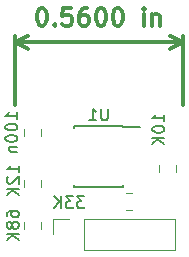
<source format=gbr>
G04 #@! TF.GenerationSoftware,KiCad,Pcbnew,(5.0.0)*
G04 #@! TF.CreationDate,2019-04-02T12:17:06-04:00*
G04 #@! TF.ProjectId,voltage-regulator-module,766F6C746167652D726567756C61746F,rev?*
G04 #@! TF.SameCoordinates,Original*
G04 #@! TF.FileFunction,Legend,Bot*
G04 #@! TF.FilePolarity,Positive*
%FSLAX46Y46*%
G04 Gerber Fmt 4.6, Leading zero omitted, Abs format (unit mm)*
G04 Created by KiCad (PCBNEW (5.0.0)) date 04/02/19 12:17:06*
%MOMM*%
%LPD*%
G01*
G04 APERTURE LIST*
%ADD10C,0.300000*%
%ADD11C,0.120000*%
%ADD12C,0.150000*%
G04 APERTURE END LIST*
D10*
X188655142Y-106044571D02*
X188798000Y-106044571D01*
X188940857Y-106116000D01*
X189012285Y-106187428D01*
X189083714Y-106330285D01*
X189155142Y-106616000D01*
X189155142Y-106973142D01*
X189083714Y-107258857D01*
X189012285Y-107401714D01*
X188940857Y-107473142D01*
X188798000Y-107544571D01*
X188655142Y-107544571D01*
X188512285Y-107473142D01*
X188440857Y-107401714D01*
X188369428Y-107258857D01*
X188298000Y-106973142D01*
X188298000Y-106616000D01*
X188369428Y-106330285D01*
X188440857Y-106187428D01*
X188512285Y-106116000D01*
X188655142Y-106044571D01*
X189798000Y-107401714D02*
X189869428Y-107473142D01*
X189798000Y-107544571D01*
X189726571Y-107473142D01*
X189798000Y-107401714D01*
X189798000Y-107544571D01*
X191226571Y-106044571D02*
X190512285Y-106044571D01*
X190440857Y-106758857D01*
X190512285Y-106687428D01*
X190655142Y-106616000D01*
X191012285Y-106616000D01*
X191155142Y-106687428D01*
X191226571Y-106758857D01*
X191298000Y-106901714D01*
X191298000Y-107258857D01*
X191226571Y-107401714D01*
X191155142Y-107473142D01*
X191012285Y-107544571D01*
X190655142Y-107544571D01*
X190512285Y-107473142D01*
X190440857Y-107401714D01*
X192583714Y-106044571D02*
X192298000Y-106044571D01*
X192155142Y-106116000D01*
X192083714Y-106187428D01*
X191940857Y-106401714D01*
X191869428Y-106687428D01*
X191869428Y-107258857D01*
X191940857Y-107401714D01*
X192012285Y-107473142D01*
X192155142Y-107544571D01*
X192440857Y-107544571D01*
X192583714Y-107473142D01*
X192655142Y-107401714D01*
X192726571Y-107258857D01*
X192726571Y-106901714D01*
X192655142Y-106758857D01*
X192583714Y-106687428D01*
X192440857Y-106616000D01*
X192155142Y-106616000D01*
X192012285Y-106687428D01*
X191940857Y-106758857D01*
X191869428Y-106901714D01*
X193655142Y-106044571D02*
X193798000Y-106044571D01*
X193940857Y-106116000D01*
X194012285Y-106187428D01*
X194083714Y-106330285D01*
X194155142Y-106616000D01*
X194155142Y-106973142D01*
X194083714Y-107258857D01*
X194012285Y-107401714D01*
X193940857Y-107473142D01*
X193798000Y-107544571D01*
X193655142Y-107544571D01*
X193512285Y-107473142D01*
X193440857Y-107401714D01*
X193369428Y-107258857D01*
X193298000Y-106973142D01*
X193298000Y-106616000D01*
X193369428Y-106330285D01*
X193440857Y-106187428D01*
X193512285Y-106116000D01*
X193655142Y-106044571D01*
X195083714Y-106044571D02*
X195226571Y-106044571D01*
X195369428Y-106116000D01*
X195440857Y-106187428D01*
X195512285Y-106330285D01*
X195583714Y-106616000D01*
X195583714Y-106973142D01*
X195512285Y-107258857D01*
X195440857Y-107401714D01*
X195369428Y-107473142D01*
X195226571Y-107544571D01*
X195083714Y-107544571D01*
X194940857Y-107473142D01*
X194869428Y-107401714D01*
X194798000Y-107258857D01*
X194726571Y-106973142D01*
X194726571Y-106616000D01*
X194798000Y-106330285D01*
X194869428Y-106187428D01*
X194940857Y-106116000D01*
X195083714Y-106044571D01*
X197369428Y-107544571D02*
X197369428Y-106544571D01*
X197369428Y-106044571D02*
X197298000Y-106116000D01*
X197369428Y-106187428D01*
X197440857Y-106116000D01*
X197369428Y-106044571D01*
X197369428Y-106187428D01*
X198083714Y-106544571D02*
X198083714Y-107544571D01*
X198083714Y-106687428D02*
X198155142Y-106616000D01*
X198298000Y-106544571D01*
X198512285Y-106544571D01*
X198655142Y-106616000D01*
X198726571Y-106758857D01*
X198726571Y-107544571D01*
X186436000Y-108966000D02*
X200660000Y-108966000D01*
X186436000Y-114300000D02*
X186436000Y-108379579D01*
X200660000Y-114300000D02*
X200660000Y-108379579D01*
X200660000Y-108966000D02*
X199533496Y-109552421D01*
X200660000Y-108966000D02*
X199533496Y-108379579D01*
X186436000Y-108966000D02*
X187562504Y-109552421D01*
X186436000Y-108966000D02*
X187562504Y-108379579D01*
D11*
G04 #@! TO.C,J1*
X199958000Y-123892000D02*
X199958000Y-126552000D01*
X192278000Y-123892000D02*
X199958000Y-123892000D01*
X192278000Y-126552000D02*
X199958000Y-126552000D01*
X192278000Y-123892000D02*
X192278000Y-126552000D01*
X191008000Y-123892000D02*
X189678000Y-123892000D01*
X189678000Y-123892000D02*
X189678000Y-125222000D01*
D12*
G04 #@! TO.C,U1*
X195623000Y-116043000D02*
X195623000Y-116093000D01*
X191473000Y-116043000D02*
X191473000Y-116188000D01*
X191473000Y-121193000D02*
X191473000Y-121048000D01*
X195623000Y-121193000D02*
X195623000Y-121048000D01*
X195623000Y-116043000D02*
X191473000Y-116043000D01*
X195623000Y-121193000D02*
X191473000Y-121193000D01*
X195623000Y-116093000D02*
X197023000Y-116093000D01*
D11*
G04 #@! TO.C,C3*
X188670000Y-116844578D02*
X188670000Y-116327422D01*
X187250000Y-116844578D02*
X187250000Y-116327422D01*
G04 #@! TO.C,R1*
X200100000Y-119375422D02*
X200100000Y-119892578D01*
X198680000Y-119375422D02*
X198680000Y-119892578D01*
G04 #@! TO.C,R2*
X196346578Y-121718000D02*
X195829422Y-121718000D01*
X196346578Y-123138000D02*
X195829422Y-123138000D01*
G04 #@! TO.C,R3*
X187250000Y-124718578D02*
X187250000Y-124201422D01*
X188670000Y-124718578D02*
X188670000Y-124201422D01*
G04 #@! TO.C,R4*
X188670000Y-121162578D02*
X188670000Y-120645422D01*
X187250000Y-121162578D02*
X187250000Y-120645422D01*
G04 #@! TO.C,U1*
D12*
X194309904Y-114570380D02*
X194309904Y-115379904D01*
X194262285Y-115475142D01*
X194214666Y-115522761D01*
X194119428Y-115570380D01*
X193928952Y-115570380D01*
X193833714Y-115522761D01*
X193786095Y-115475142D01*
X193738476Y-115379904D01*
X193738476Y-114570380D01*
X192738476Y-115570380D02*
X193309904Y-115570380D01*
X193024190Y-115570380D02*
X193024190Y-114570380D01*
X193119428Y-114713238D01*
X193214666Y-114808476D01*
X193309904Y-114856095D01*
G04 #@! TO.C,C3*
X186634380Y-115466952D02*
X186634380Y-114895523D01*
X186634380Y-115181238D02*
X185634380Y-115181238D01*
X185777238Y-115086000D01*
X185872476Y-114990761D01*
X185920095Y-114895523D01*
X185634380Y-116086000D02*
X185634380Y-116181238D01*
X185682000Y-116276476D01*
X185729619Y-116324095D01*
X185824857Y-116371714D01*
X186015333Y-116419333D01*
X186253428Y-116419333D01*
X186443904Y-116371714D01*
X186539142Y-116324095D01*
X186586761Y-116276476D01*
X186634380Y-116181238D01*
X186634380Y-116086000D01*
X186586761Y-115990761D01*
X186539142Y-115943142D01*
X186443904Y-115895523D01*
X186253428Y-115847904D01*
X186015333Y-115847904D01*
X185824857Y-115895523D01*
X185729619Y-115943142D01*
X185682000Y-115990761D01*
X185634380Y-116086000D01*
X185634380Y-117038380D02*
X185634380Y-117133619D01*
X185682000Y-117228857D01*
X185729619Y-117276476D01*
X185824857Y-117324095D01*
X186015333Y-117371714D01*
X186253428Y-117371714D01*
X186443904Y-117324095D01*
X186539142Y-117276476D01*
X186586761Y-117228857D01*
X186634380Y-117133619D01*
X186634380Y-117038380D01*
X186586761Y-116943142D01*
X186539142Y-116895523D01*
X186443904Y-116847904D01*
X186253428Y-116800285D01*
X186015333Y-116800285D01*
X185824857Y-116847904D01*
X185729619Y-116895523D01*
X185682000Y-116943142D01*
X185634380Y-117038380D01*
X185967714Y-117800285D02*
X186634380Y-117800285D01*
X186062952Y-117800285D02*
X186015333Y-117847904D01*
X185967714Y-117943142D01*
X185967714Y-118086000D01*
X186015333Y-118181238D01*
X186110571Y-118228857D01*
X186634380Y-118228857D01*
G04 #@! TO.C,R1*
X199080380Y-115641523D02*
X199080380Y-115070095D01*
X199080380Y-115355809D02*
X198080380Y-115355809D01*
X198223238Y-115260571D01*
X198318476Y-115165333D01*
X198366095Y-115070095D01*
X198080380Y-116260571D02*
X198080380Y-116355809D01*
X198128000Y-116451047D01*
X198175619Y-116498666D01*
X198270857Y-116546285D01*
X198461333Y-116593904D01*
X198699428Y-116593904D01*
X198889904Y-116546285D01*
X198985142Y-116498666D01*
X199032761Y-116451047D01*
X199080380Y-116355809D01*
X199080380Y-116260571D01*
X199032761Y-116165333D01*
X198985142Y-116117714D01*
X198889904Y-116070095D01*
X198699428Y-116022476D01*
X198461333Y-116022476D01*
X198270857Y-116070095D01*
X198175619Y-116117714D01*
X198128000Y-116165333D01*
X198080380Y-116260571D01*
X199080380Y-117022476D02*
X198080380Y-117022476D01*
X199080380Y-117593904D02*
X198508952Y-117165333D01*
X198080380Y-117593904D02*
X198651809Y-117022476D01*
G04 #@! TO.C,R2*
X192317523Y-122007380D02*
X191698476Y-122007380D01*
X192031809Y-122388333D01*
X191888952Y-122388333D01*
X191793714Y-122435952D01*
X191746095Y-122483571D01*
X191698476Y-122578809D01*
X191698476Y-122816904D01*
X191746095Y-122912142D01*
X191793714Y-122959761D01*
X191888952Y-123007380D01*
X192174666Y-123007380D01*
X192269904Y-122959761D01*
X192317523Y-122912142D01*
X191365142Y-122007380D02*
X190746095Y-122007380D01*
X191079428Y-122388333D01*
X190936571Y-122388333D01*
X190841333Y-122435952D01*
X190793714Y-122483571D01*
X190746095Y-122578809D01*
X190746095Y-122816904D01*
X190793714Y-122912142D01*
X190841333Y-122959761D01*
X190936571Y-123007380D01*
X191222285Y-123007380D01*
X191317523Y-122959761D01*
X191365142Y-122912142D01*
X190317523Y-123007380D02*
X190317523Y-122007380D01*
X189746095Y-123007380D02*
X190174666Y-122435952D01*
X189746095Y-122007380D02*
X190317523Y-122578809D01*
G04 #@! TO.C,R3*
X185762380Y-123674285D02*
X185762380Y-123483809D01*
X185810000Y-123388571D01*
X185857619Y-123340952D01*
X186000476Y-123245714D01*
X186190952Y-123198095D01*
X186571904Y-123198095D01*
X186667142Y-123245714D01*
X186714761Y-123293333D01*
X186762380Y-123388571D01*
X186762380Y-123579047D01*
X186714761Y-123674285D01*
X186667142Y-123721904D01*
X186571904Y-123769523D01*
X186333809Y-123769523D01*
X186238571Y-123721904D01*
X186190952Y-123674285D01*
X186143333Y-123579047D01*
X186143333Y-123388571D01*
X186190952Y-123293333D01*
X186238571Y-123245714D01*
X186333809Y-123198095D01*
X186190952Y-124340952D02*
X186143333Y-124245714D01*
X186095714Y-124198095D01*
X186000476Y-124150476D01*
X185952857Y-124150476D01*
X185857619Y-124198095D01*
X185810000Y-124245714D01*
X185762380Y-124340952D01*
X185762380Y-124531428D01*
X185810000Y-124626666D01*
X185857619Y-124674285D01*
X185952857Y-124721904D01*
X186000476Y-124721904D01*
X186095714Y-124674285D01*
X186143333Y-124626666D01*
X186190952Y-124531428D01*
X186190952Y-124340952D01*
X186238571Y-124245714D01*
X186286190Y-124198095D01*
X186381428Y-124150476D01*
X186571904Y-124150476D01*
X186667142Y-124198095D01*
X186714761Y-124245714D01*
X186762380Y-124340952D01*
X186762380Y-124531428D01*
X186714761Y-124626666D01*
X186667142Y-124674285D01*
X186571904Y-124721904D01*
X186381428Y-124721904D01*
X186286190Y-124674285D01*
X186238571Y-124626666D01*
X186190952Y-124531428D01*
X186762380Y-125150476D02*
X185762380Y-125150476D01*
X186762380Y-125721904D02*
X186190952Y-125293333D01*
X185762380Y-125721904D02*
X186333809Y-125150476D01*
G04 #@! TO.C,R4*
X186762380Y-119959523D02*
X186762380Y-119388095D01*
X186762380Y-119673809D02*
X185762380Y-119673809D01*
X185905238Y-119578571D01*
X186000476Y-119483333D01*
X186048095Y-119388095D01*
X185857619Y-120340476D02*
X185810000Y-120388095D01*
X185762380Y-120483333D01*
X185762380Y-120721428D01*
X185810000Y-120816666D01*
X185857619Y-120864285D01*
X185952857Y-120911904D01*
X186048095Y-120911904D01*
X186190952Y-120864285D01*
X186762380Y-120292857D01*
X186762380Y-120911904D01*
X186762380Y-121340476D02*
X185762380Y-121340476D01*
X186762380Y-121911904D02*
X186190952Y-121483333D01*
X185762380Y-121911904D02*
X186333809Y-121340476D01*
G04 #@! TD*
M02*

</source>
